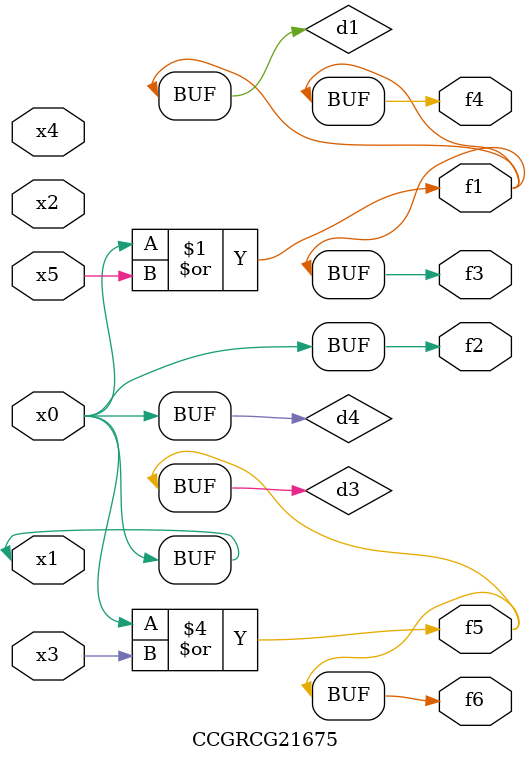
<source format=v>
module CCGRCG21675(
	input x0, x1, x2, x3, x4, x5,
	output f1, f2, f3, f4, f5, f6
);

	wire d1, d2, d3, d4;

	or (d1, x0, x5);
	xnor (d2, x1, x4);
	or (d3, x0, x3);
	buf (d4, x0, x1);
	assign f1 = d1;
	assign f2 = d4;
	assign f3 = d1;
	assign f4 = d1;
	assign f5 = d3;
	assign f6 = d3;
endmodule

</source>
